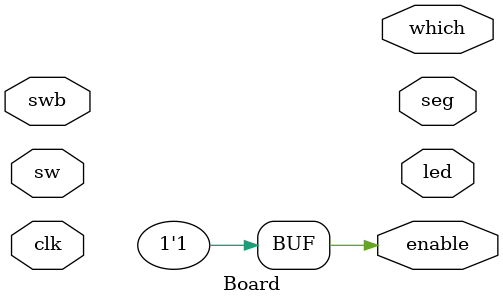
<source format=v>
`timescale 1ns / 1ps
module Board(
    input [32:1] sw,
    input [6:1] swb,
    output [32:1] led,
    input clk,
    output [2:0] which,
    output [7:0] seg,
    output reg enable = 1
);

/*
    parameter ADDR = 4;
    parameter NUMB = 1<<ADDR;
    parameter SIZE = 32;
    reg [4:0]M;
    reg Write_PC;
    reg [SIZE:1]PC_New;
    reg Rst;
    reg Write_Reg;
    reg [ADDR:1]R_Addr_A;
    reg [ADDR:1]R_Addr_B;
    reg [ADDR:1]R_Addr_C;
    reg [ADDR:1]W_Addr;
    reg [SIZE:1]W_Data;
    reg [2:0]cnt1;
    reg [3:0]cnt6;
    reg [SIZE:1]Data;
    reg all0;
    
    wire [SIZE:1]R_Data_A;
    wire [SIZE:1]R_Data_B;
    wire [SIZE:1]R_Data_C;//C端口读出数据
    wire [SIZE:1]PC;

	initial begin
        M<=16;
        Write_PC<=0;
        PC_New<=0;
        Rst <= 0;
        Write_Reg<=0;
        R_Addr_A<=0;
        R_Addr_B<=0;
        R_Addr_C<=0;
        W_Addr<=0;
        W_Data<=0;
        cnt1 <= 0;
        cnt6 <= 0;
        Data<=0;
        all0 <= 0;

	end
	
    always @(posedge swb[1])begin
        if(swb[2]==1)begin
            cnt1 = cnt1+1;
            if (cnt1 == 1) begin
                R_Addr_A <= sw[32:29];
                R_Addr_B <= sw[27:24];
                R_Addr_C <= sw[23:20];
                M[3:0] <= sw[16:13];
                W_Addr <= sw[10:7];
                Write_Reg <= sw[2];
                Write_PC <= sw[1];
            end
			else if (cnt1 == 2) begin
                W_Data <= sw[32:1];
			end
			else if (cnt1 == 3) begin
                PC_New <= sw[32:1];
                cnt1=0;
			end
		end
    end
    
    always @(swb[3])begin
        Rst = swb[3];
    end

    always @(posedge swb[4])begin
        // 手动时钟输入
    end

    always @(posedge swb[6])begin
        cnt6 = cnt6+1;
        if (cnt6 == 1) begin
            Data <= R_Data_A;
            all0 <= 0;
        end
        else if (cnt6 == 2) begin
            Data <= R_Data_B;
            all0 <= 0;
        end
        else if (cnt6 == 3) begin
            Data <= R_Data_C;
            all0 <= 0;
        end
        else if (cnt6 == 4) begin
            Data <= PC;
            all0 <= 0;
        end
        else if (cnt6 == 5) begin // 8.8.8.8.8.8.8.8.
            all0 <= 1;
            cnt6 <= 0;
        end
    end

    Display Display_instance(.clk(clk),.data(Data),.which(which),.seg(seg),.all0(all0));
    Multi_Reg Multi_Reg_instance(clk,Rst,
      M,
      Write_PC,PC_New,
      Write_Reg,R_Addr_A,R_Addr_B,R_Addr_C,W_Addr,W_Data,
      R_Data_A,R_Data_B,R_Data_C,PC
    );
    
    assign led[32:30]=cnt1;
	assign led[4:1]=cnt6;
    
    //always @(posedge swb[4])enable<=~enable;

*/
endmodule // Board
</source>
